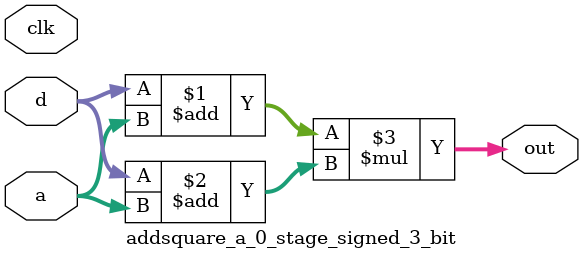
<source format=sv>
(* use_dsp = "yes" *) module addsquare_a_0_stage_signed_3_bit(
	input signed [2:0] a,
	input signed [2:0] d,
	output [2:0] out,
	input clk);

	assign out = (d + a) * (d + a);
endmodule

</source>
